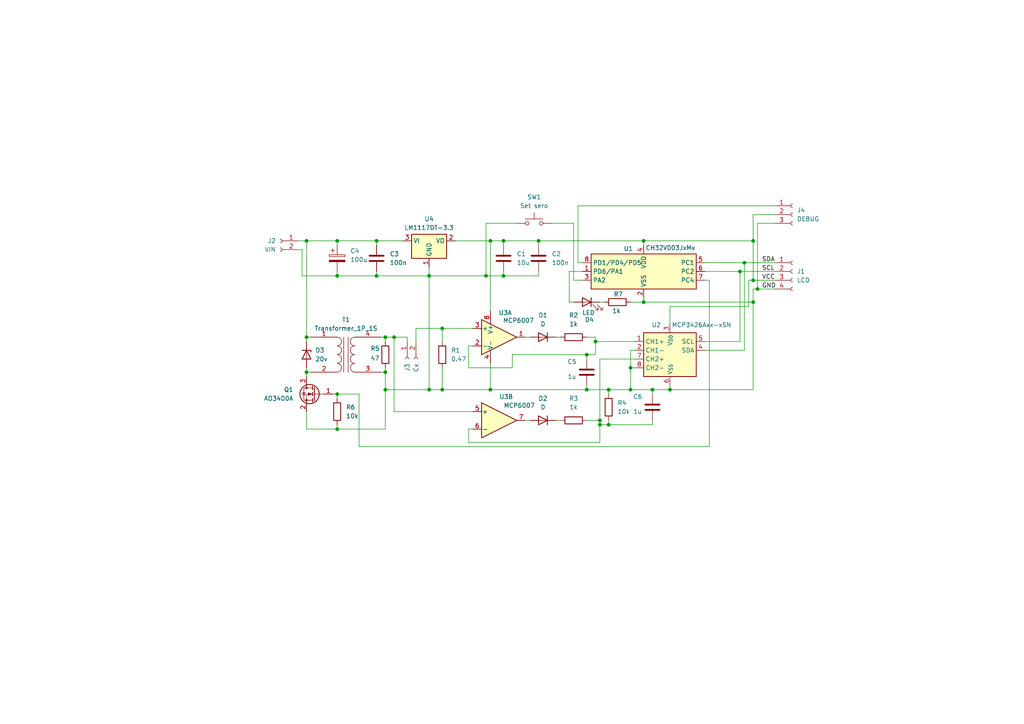
<source format=kicad_sch>
(kicad_sch (version 20231120) (generator "eeschema") (generator_version "8.0")
  (paper "A4")
  (lib_symbols
    (symbol "Amplifier_Operational:MCP6002-xSN" (pin_names (offset 0.127))
      (property "Reference" "U" (at 0 5.08 0))
      (property "Value" "MCP6002-xSN" (at 0 -5.08 0))
      (symbol "MCP6002-xSN_1_1"
        (polyline (pts (xy -5.08 5.08) (xy 5.08 0) (xy -5.08 -5.08) (xy -5.08 5.08)) (stroke (width 0.254)) (fill (type background)))
        (pin output line (at 7.62 0 180) (length 2.54) (name "~") (number "1"))
        (pin input line (at -7.62 -2.54 0) (length 2.54) (name "-") (number "2"))
        (pin input line (at -7.62 2.54 0) (length 2.54) (name "+") (number "3"))
      )
      (symbol "MCP6002-xSN_2_1"
        (polyline (pts (xy -5.08 5.08) (xy 5.08 0) (xy -5.08 -5.08) (xy -5.08 5.08)) (stroke (width 0.254)) (fill (type background)))
        (pin input line (at -7.62 2.54 0) (length 2.54) (name "+") (number "5"))
        (pin input line (at -7.62 -2.54 0) (length 2.54) (name "-") (number "6"))
        (pin output line (at 7.62 0 180) (length 2.54) (name "~") (number "7"))
      )
      (symbol "MCP6002-xSN_3_1"
        (pin power_in line (at -2.54 -7.62 90) (length 3.81) (name "V-") (number "4"))
        (pin power_in line (at -2.54 7.62 270) (length 3.81) (name "V+") (number "8"))
      )
    )
    (symbol "Analog_ADC:MCP3426Axx-xSN"
      (property "Reference" "U" (at -6.35 8.89 0))
      (property "Value" "MCP3426Axx-xSN" (at 1.27 8.89 0))
      (symbol "MCP3426Axx-xSN_0_1"
        (rectangle (start -7.62 7.62) (end 7.62 -5.08) (stroke (width 0.254)) (fill (type background)))
      )
      (symbol "MCP3426Axx-xSN_1_1"
        (pin input line (at -10.16 5.08 0) (length 2.54) (name "CH1+") (number "1"))
        (pin input line (at -10.16 2.54 0) (length 2.54) (name "CH1-") (number "2"))
        (pin power_in line (at 0 10.16 270) (length 2.54) (name "V_{DD}") (number "3"))
        (pin bidirectional line (at 10.16 2.54 180) (length 2.54) (name "SDA") (number "4"))
        (pin input line (at 10.16 5.08 180) (length 2.54) (name "SCL") (number "5"))
        (pin power_in line (at 0 -7.62 90) (length 2.54) (name "V_{SS}") (number "6"))
        (pin input line (at -10.16 0 0) (length 2.54) (name "CH2+") (number "7"))
        (pin input line (at -10.16 -2.54 0) (length 2.54) (name "CH2-") (number "8"))
      )
    )
    (symbol "Connector:Conn_01x02_Socket" (pin_names (offset 1.016) hide)
      (property "Reference" "J" (at 0 2.54 0))
      (property "Value" "Conn_01x02_Socket" (at 0 -5.08 0))
      (symbol "Conn_01x02_Socket_1_1"
        (arc (start 0 -2.032) (mid -0.5058 -2.54) (end 0 -3.048) (stroke (width 0.1524)))
        (polyline (pts (xy -1.27 -2.54) (xy -0.508 -2.54)) (stroke (width 0.1524)))
        (polyline (pts (xy -1.27 0) (xy -0.508 0)) (stroke (width 0.1524)))
        (arc (start 0 0.508) (mid -0.5058 0) (end 0 -0.508) (stroke (width 0.1524)))
        (pin passive line (at -5.08 0 0) (length 3.81) (name "Pin_1") (number "1"))
        (pin passive line (at -5.08 -2.54 0) (length 3.81) (name "Pin_2") (number "2"))
      )
    )
    (symbol "Connector:Conn_01x03_Socket" (pin_names (offset 1.016) hide)
      (property "Reference" "J" (at 0 5.08 0))
      (property "Value" "Conn_01x03_Socket" (at 0 -5.08 0))
      (symbol "Conn_01x03_Socket_1_1"
        (arc (start 0 -2.032) (mid -0.5058 -2.54) (end 0 -3.048) (stroke (width 0.1524)))
        (polyline (pts (xy -1.27 -2.54) (xy -0.508 -2.54)) (stroke (width 0.1524)))
        (polyline (pts (xy -1.27 0) (xy -0.508 0)) (stroke (width 0.1524)))
        (polyline (pts (xy -1.27 2.54) (xy -0.508 2.54)) (stroke (width 0.1524)))
        (arc (start 0 0.508) (mid -0.5058 0) (end 0 -0.508) (stroke (width 0.1524)))
        (arc (start 0 3.048) (mid -0.5058 2.54) (end 0 2.032) (stroke (width 0.1524)))
        (pin passive line (at -5.08 2.54 0) (length 3.81) (name "Pin_1") (number "1"))
        (pin passive line (at -5.08 0 0) (length 3.81) (name "Pin_2") (number "2"))
        (pin passive line (at -5.08 -2.54 0) (length 3.81) (name "Pin_3") (number "3"))
      )
    )
    (symbol "Connector:Conn_01x04_Socket" (pin_names (offset 1.016) hide)
      (property "Reference" "J" (at 0 5.08 0))
      (property "Value" "Conn_01x04_Socket" (at 0 -7.62 0))
      (symbol "Conn_01x04_Socket_1_1"
        (arc (start 0 -4.572) (mid -0.5058 -5.08) (end 0 -5.588) (stroke (width 0.1524)))
        (arc (start 0 -2.032) (mid -0.5058 -2.54) (end 0 -3.048) (stroke (width 0.1524)))
        (polyline (pts (xy -1.27 -5.08) (xy -0.508 -5.08)) (stroke (width 0.1524)))
        (polyline (pts (xy -1.27 -2.54) (xy -0.508 -2.54)) (stroke (width 0.1524)))
        (polyline (pts (xy -1.27 0) (xy -0.508 0)) (stroke (width 0.1524)))
        (polyline (pts (xy -1.27 2.54) (xy -0.508 2.54)) (stroke (width 0.1524)))
        (arc (start 0 0.508) (mid -0.5058 0) (end 0 -0.508) (stroke (width 0.1524)))
        (arc (start 0 3.048) (mid -0.5058 2.54) (end 0 2.032) (stroke (width 0.1524)))
        (pin passive line (at -5.08 2.54 0) (length 3.81) (name "Pin_1") (number "1"))
        (pin passive line (at -5.08 0 0) (length 3.81) (name "Pin_2") (number "2"))
        (pin passive line (at -5.08 -2.54 0) (length 3.81) (name "Pin_3") (number "3"))
        (pin passive line (at -5.08 -5.08 0) (length 3.81) (name "Pin_4") (number "4"))
      )
    )
    (symbol "Device:C" (pin_numbers hide) (pin_names (offset 0.254))
      (property "Reference" "C" (at 0.635 2.54 0))
      (property "Value" "C" (at 0.635 -2.54 0))
      (symbol "C_0_1"
        (polyline (pts (xy -2.032 -0.762) (xy 2.032 -0.762)) (stroke (width 0.508)))
        (polyline (pts (xy -2.032 0.762) (xy 2.032 0.762)) (stroke (width 0.508)))
      )
      (symbol "C_1_1"
        (pin passive line (at 0 3.81 270) (length 2.794) (name "~") (number "1"))
        (pin passive line (at 0 -3.81 90) (length 2.794) (name "~") (number "2"))
      )
    )
    (symbol "Device:C_Polarized" (pin_numbers hide) (pin_names (offset 0.254))
      (property "Reference" "C" (at 0.635 2.54 0))
      (property "Value" "C_Polarized" (at 0.635 -2.54 0))
      (symbol "C_Polarized_0_1"
        (rectangle (start -2.286 0.508) (end 2.286 1.016))
        (polyline (pts (xy -1.778 2.286) (xy -0.762 2.286)))
        (polyline (pts (xy -1.27 2.794) (xy -1.27 1.778)))
        (rectangle (start 2.286 -0.508) (end -2.286 -1.016) (fill (type outline)))
      )
      (symbol "C_Polarized_1_1"
        (pin passive line (at 0 3.81 270) (length 2.794) (name "~") (number "1"))
        (pin passive line (at 0 -3.81 90) (length 2.794) (name "~") (number "2"))
      )
    )
    (symbol "Device:D" (pin_numbers hide) (pin_names (offset 1.016) hide)
      (property "Reference" "D" (at 0 2.54 0))
      (property "Value" "D" (at 0 -2.54 0))
      (symbol "D_0_1"
        (polyline (pts (xy -1.27 1.27) (xy -1.27 -1.27)) (stroke (width 0.254)))
        (polyline (pts (xy 1.27 0) (xy -1.27 0)))
        (polyline (pts (xy 1.27 1.27) (xy 1.27 -1.27) (xy -1.27 0) (xy 1.27 1.27)) (stroke (width 0.254)))
      )
      (symbol "D_1_1"
        (pin passive line (at -3.81 0 0) (length 2.54) (name "K") (number "1"))
        (pin passive line (at 3.81 0 180) (length 2.54) (name "A") (number "2"))
      )
    )
    (symbol "Device:D_Zener" (pin_numbers hide) (pin_names (offset 1.016) hide)
      (property "Reference" "D" (at 0 2.54 0))
      (property "Value" "D_Zener" (at 0 -2.54 0))
      (symbol "D_Zener_0_1"
        (polyline (pts (xy 1.27 0) (xy -1.27 0)))
        (polyline (pts (xy -1.27 -1.27) (xy -1.27 1.27) (xy -0.762 1.27)) (stroke (width 0.254)))
        (polyline (pts (xy 1.27 -1.27) (xy 1.27 1.27) (xy -1.27 0) (xy 1.27 -1.27)) (stroke (width 0.254)))
      )
      (symbol "D_Zener_1_1"
        (pin passive line (at -3.81 0 0) (length 2.54) (name "K") (number "1"))
        (pin passive line (at 3.81 0 180) (length 2.54) (name "A") (number "2"))
      )
    )
    (symbol "Device:LED" (pin_numbers hide) (pin_names (offset 1.016) hide)
      (property "Reference" "D" (at 0 2.54 0))
      (property "Value" "LED" (at 0 -2.54 0))
      (symbol "LED_0_1"
        (polyline (pts (xy -1.27 -1.27) (xy -1.27 1.27)) (stroke (width 0.254)))
        (polyline (pts (xy -1.27 0) (xy 1.27 0)))
        (polyline (pts (xy 1.27 -1.27) (xy 1.27 1.27) (xy -1.27 0) (xy 1.27 -1.27)) (stroke (width 0.254)))
        (polyline (pts (xy -3.048 -0.762) (xy -4.572 -2.286) (xy -3.81 -2.286) (xy -4.572 -2.286) (xy -4.572 -1.524)))
        (polyline (pts (xy -1.778 -0.762) (xy -3.302 -2.286) (xy -2.54 -2.286) (xy -3.302 -2.286) (xy -3.302 -1.524)))
      )
      (symbol "LED_1_1"
        (pin passive line (at -3.81 0 0) (length 2.54) (name "K") (number "1"))
        (pin passive line (at 3.81 0 180) (length 2.54) (name "A") (number "2"))
      )
    )
    (symbol "Device:R" (pin_numbers hide) (pin_names (offset 0))
      (property "Reference" "R" (at 2.032 0 90))
      (property "Value" "R" (at 0 0 90))
      (symbol "R_0_1"
        (rectangle (start -1.016 -2.54) (end 1.016 2.54) (stroke (width 0.254)))
      )
      (symbol "R_1_1"
        (pin passive line (at 0 3.81 270) (length 1.27) (name "~") (number "1"))
        (pin passive line (at 0 -3.81 90) (length 1.27) (name "~") (number "2"))
      )
    )
    (symbol "Device:Transformer_1P_1S" (pin_names (offset 1.016) hide)
      (property "Reference" "T" (at 0 6.35 0))
      (property "Value" "Transformer_1P_1S" (at 0 -7.62 0))
      (symbol "Transformer_1P_1S_0_1"
        (arc (start -2.54 -5.0546) (mid -1.6599 -4.6901) (end -1.27 -3.81))
        (arc (start -2.54 -2.5146) (mid -1.6599 -2.1501) (end -1.27 -1.27))
        (arc (start -2.54 0.0254) (mid -1.6599 0.3899) (end -1.27 1.27))
        (arc (start -2.54 2.5654) (mid -1.6599 2.9299) (end -1.27 3.81))
        (arc (start -1.27 -3.81) (mid -1.642 -2.912) (end -2.54 -2.54))
        (arc (start -1.27 -1.27) (mid -1.642 -0.372) (end -2.54 0))
        (arc (start -1.27 1.27) (mid -1.642 2.168) (end -2.54 2.54))
        (arc (start -1.27 3.81) (mid -1.642 4.708) (end -2.54 5.08))
        (polyline (pts (xy -0.635 5.08) (xy -0.635 -5.08)))
        (polyline (pts (xy 0.635 -5.08) (xy 0.635 5.08)))
        (arc (start 1.2954 -1.27) (mid 1.6599 -2.1501) (end 2.54 -2.5146))
        (arc (start 1.2954 1.27) (mid 1.6599 0.3899) (end 2.54 0.0254))
        (arc (start 1.2954 3.81) (mid 1.6599 2.9299) (end 2.54 2.5654))
        (arc (start 1.3208 -3.81) (mid 1.6853 -4.6901) (end 2.5654 -5.0546))
        (arc (start 2.54 0) (mid 1.642 -0.372) (end 1.2954 -1.27))
        (arc (start 2.54 2.54) (mid 1.642 2.168) (end 1.2954 1.27))
        (arc (start 2.54 5.08) (mid 1.642 4.708) (end 1.2954 3.81))
        (arc (start 2.5654 -2.54) (mid 1.6674 -2.912) (end 1.3208 -3.81))
      )
      (symbol "Transformer_1P_1S_1_1"
        (pin passive line (at -10.16 5.08 0) (length 7.62) (name "AA") (number "1"))
        (pin passive line (at -10.16 -5.08 0) (length 7.62) (name "AB") (number "2"))
        (pin passive line (at 10.16 -5.08 180) (length 7.62) (name "SA") (number "3"))
        (pin passive line (at 10.16 5.08 180) (length 7.62) (name "SB") (number "4"))
      )
    )
    (symbol "MCU_WCH_CH32V0:CH32V003JxMx"
      (property "Reference" "U" (at -15.24 7.62 0))
      (property "Value" "CH32V003JxMx" (at 15.24 7.62 0))
      (symbol "CH32V003JxMx_1_1"
        (rectangle (start -15.24 5.08) (end 15.24 -5.08) (stroke (width 0.254)) (fill (type background)))
        (pin bidirectional line (at 17.78 0 180) (length 2.54) (name "PD6/PA1") (number "1"))
        (pin power_in line (at 0 -7.62 90) (length 2.54) (name "VSS") (number "2"))
        (pin bidirectional line (at 17.78 -2.54 180) (length 2.54) (name "PA2") (number "3"))
        (pin power_in line (at 0 7.62 270) (length 2.54) (name "VDD") (number "4"))
        (pin bidirectional line (at -17.78 2.54 0) (length 2.54) (name "PC1") (number "5"))
        (pin bidirectional line (at -17.78 0 0) (length 2.54) (name "PC2") (number "6"))
        (pin bidirectional line (at -17.78 -2.54 0) (length 2.54) (name "PC4") (number "7"))
        (pin bidirectional line (at 17.78 2.54 180) (length 2.54) (name "PD1/PD4/PD5") (number "8"))
      )
    )
    (symbol "Regulator_Linear:LM1117DT-3.3"
      (property "Reference" "U" (at -3.81 3.175 0))
      (property "Value" "LM1117DT-3.3" (at 0 3.175 0))
      (symbol "LM1117DT-3.3_0_1"
        (rectangle (start -5.08 -5.08) (end 5.08 1.905) (stroke (width 0.254)) (fill (type background)))
      )
      (symbol "LM1117DT-3.3_1_1"
        (pin power_in line (at 0 -7.62 90) (length 2.54) (name "GND") (number "1"))
        (pin power_out line (at 7.62 0 180) (length 2.54) (name "VO") (number "2"))
        (pin power_in line (at -7.62 0 0) (length 2.54) (name "VI") (number "3"))
      )
    )
    (symbol "Switch:SW_Push" (pin_numbers hide) (pin_names (offset 1.016) hide)
      (property "Reference" "SW" (at 1.27 2.54 0))
      (property "Value" "SW_Push" (at 0 -1.524 0))
      (symbol "SW_Push_0_1"
        (circle (center -2.032 0) (radius 0.508))
        (polyline (pts (xy 0 1.27) (xy 0 3.048)))
        (polyline (pts (xy 2.54 1.27) (xy -2.54 1.27)))
        (circle (center 2.032 0) (radius 0.508))
        (pin passive line (at -5.08 0 0) (length 2.54) (name "1") (number "1"))
        (pin passive line (at 5.08 0 180) (length 2.54) (name "2") (number "2"))
      )
    )
    (symbol "Transistor_FET:AO3400A" (pin_names hide)
      (property "Reference" "Q" (at 5.08 1.905 0))
      (property "Value" "AO3400A" (at 5.08 0 0))
      (symbol "AO3400A_0_1"
        (polyline (pts (xy 0.254 0) (xy -2.54 0)))
        (polyline (pts (xy 0.254 1.905) (xy 0.254 -1.905)) (stroke (width 0.254)))
        (polyline (pts (xy 0.762 -1.27) (xy 0.762 -2.286)) (stroke (width 0.254)))
        (polyline (pts (xy 0.762 0.508) (xy 0.762 -0.508)) (stroke (width 0.254)))
        (polyline (pts (xy 0.762 2.286) (xy 0.762 1.27)) (stroke (width 0.254)))
        (polyline (pts (xy 2.54 2.54) (xy 2.54 1.778)))
        (polyline (pts (xy 2.54 -2.54) (xy 2.54 0) (xy 0.762 0)))
        (polyline (pts (xy 0.762 -1.778) (xy 3.302 -1.778) (xy 3.302 1.778) (xy 0.762 1.778)))
        (polyline (pts (xy 1.016 0) (xy 2.032 0.381) (xy 2.032 -0.381) (xy 1.016 0)) (fill (type outline)))
        (polyline (pts (xy 2.794 0.508) (xy 2.921 0.381) (xy 3.683 0.381) (xy 3.81 0.254)))
        (polyline (pts (xy 3.302 0.381) (xy 2.921 -0.254) (xy 3.683 -0.254) (xy 3.302 0.381)))
        (circle (center 1.651 0) (radius 2.794) (stroke (width 0.254)))
        (circle (center 2.54 -1.778) (radius 0.254) (fill (type outline)))
        (circle (center 2.54 1.778) (radius 0.254) (fill (type outline)))
      )
      (symbol "AO3400A_1_1"
        (pin input line (at -5.08 0 0) (length 2.54) (name "G") (number "1"))
        (pin passive line (at 2.54 -5.08 90) (length 2.54) (name "S") (number "2"))
        (pin passive line (at 2.54 5.08 270) (length 2.54) (name "D") (number "3"))
      )
    )
  )
  (junction (at 146.05 80.01))
  (junction (at 219.71 83.82))
  (junction (at 182.88 106.68))
  (junction (at 215.9 76.2))
  (junction (at 97.79 80.01))
  (junction (at 111.76 97.79))
  (junction (at 214.63 78.74))
  (junction (at 218.44 87.63))
  (junction (at 111.76 113.03))
  (junction (at 146.05 69.85))
  (junction (at 140.97 80.01))
  (junction (at 114.3 97.79))
  (junction (at 124.46 80.01))
  (junction (at 156.21 69.85))
  (junction (at 124.46 113.03))
  (junction (at 88.9 97.79))
  (junction (at 218.44 69.85))
  (junction (at 186.69 87.63))
  (junction (at 111.76 107.95))
  (junction (at 142.24 69.85))
  (junction (at 88.9 69.85))
  (junction (at 186.69 69.85))
  (junction (at 97.79 69.85))
  (junction (at 170.18 102.87))
  (junction (at 170.18 113.03))
  (junction (at 109.22 69.85))
  (junction (at 172.72 99.06))
  (junction (at 182.88 113.03))
  (junction (at 128.27 95.25))
  (junction (at 189.23 113.03))
  (junction (at 176.53 123.19))
  (junction (at 97.79 124.46))
  (junction (at 194.31 113.03))
  (junction (at 88.9 107.95))
  (junction (at 176.53 113.03))
  (junction (at 109.22 80.01))
  (junction (at 173.99 121.92))
  (junction (at 173.99 123.19))
  (junction (at 97.79 114.3))
  (junction (at 142.24 113.03))
  (junction (at 128.27 113.03))
  (junction (at 218.44 81.28))
  (wire (pts (xy 111.76 107.95) (xy 111.76 113.03)))
  (wire (pts (xy 160.02 64.77) (xy 166.37 64.77)))
  (wire (pts (xy 194.31 113.03) (xy 218.44 113.03)))
  (wire (pts (xy 224.79 62.23) (xy 218.44 62.23)))
  (wire (pts (xy 214.63 78.74) (xy 224.79 78.74)))
  (wire (pts (xy 189.23 113.03) (xy 194.31 113.03)))
  (wire (pts (xy 215.9 76.2) (xy 224.79 76.2)))
  (wire (pts (xy 88.9 107.95) (xy 90.17 107.95)))
  (wire (pts (xy 156.21 78.74) (xy 156.21 80.01)))
  (wire (pts (xy 205.74 81.28) (xy 205.74 129.54)))
  (wire (pts (xy 97.79 124.46) (xy 111.76 124.46)))
  (wire (pts (xy 111.76 99.06) (xy 111.76 97.79)))
  (wire (pts (xy 97.79 80.01) (xy 109.22 80.01)))
  (wire (pts (xy 167.64 59.69) (xy 167.64 76.2)))
  (wire (pts (xy 110.49 97.79) (xy 111.76 97.79)))
  (wire (pts (xy 186.69 87.63) (xy 186.69 86.36)))
  (wire (pts (xy 148.59 106.68) (xy 148.59 102.87)))
  (wire (pts (xy 87.63 80.01) (xy 97.79 80.01)))
  (wire (pts (xy 128.27 106.68) (xy 128.27 113.03)))
  (wire (pts (xy 104.14 114.3) (xy 97.79 114.3)))
  (wire (pts (xy 96.52 114.3) (xy 97.79 114.3)))
  (wire (pts (xy 109.22 80.01) (xy 124.46 80.01)))
  (wire (pts (xy 109.22 69.85) (xy 109.22 71.12)))
  (wire (pts (xy 224.79 83.82) (xy 219.71 83.82)))
  (wire (pts (xy 128.27 95.25) (xy 128.27 99.06)))
  (wire (pts (xy 218.44 83.82) (xy 218.44 87.63)))
  (wire (pts (xy 86.36 69.85) (xy 88.9 69.85)))
  (wire (pts (xy 176.53 113.03) (xy 182.88 113.03)))
  (wire (pts (xy 114.3 97.79) (xy 111.76 97.79)))
  (wire (pts (xy 156.21 69.85) (xy 186.69 69.85)))
  (wire (pts (xy 152.4 97.79) (xy 153.67 97.79)))
  (wire (pts (xy 219.71 83.82) (xy 218.44 83.82)))
  (wire (pts (xy 109.22 78.74) (xy 109.22 80.01)))
  (wire (pts (xy 166.37 87.63) (xy 165.1 87.63)))
  (wire (pts (xy 194.31 88.9) (xy 217.17 88.9)))
  (wire (pts (xy 135.89 106.68) (xy 135.89 100.33)))
  (wire (pts (xy 137.16 124.46) (xy 135.89 124.46)))
  (wire (pts (xy 189.23 121.92) (xy 189.23 123.19)))
  (wire (pts (xy 194.31 111.76) (xy 194.31 113.03)))
  (wire (pts (xy 142.24 105.41) (xy 142.24 113.03)))
  (wire (pts (xy 182.88 106.68) (xy 184.15 106.68)))
  (wire (pts (xy 165.1 87.63) (xy 165.1 78.74)))
  (wire (pts (xy 97.79 123.19) (xy 97.79 124.46)))
  (wire (pts (xy 97.79 69.85) (xy 88.9 69.85)))
  (wire (pts (xy 217.17 88.9) (xy 217.17 81.28)))
  (wire (pts (xy 132.08 69.85) (xy 142.24 69.85)))
  (wire (pts (xy 172.72 102.87) (xy 172.72 99.06)))
  (wire (pts (xy 109.22 69.85) (xy 97.79 69.85)))
  (wire (pts (xy 218.44 69.85) (xy 186.69 69.85)))
  (wire (pts (xy 156.21 69.85) (xy 156.21 71.12)))
  (wire (pts (xy 124.46 113.03) (xy 128.27 113.03)))
  (wire (pts (xy 110.49 107.95) (xy 111.76 107.95)))
  (wire (pts (xy 142.24 69.85) (xy 146.05 69.85)))
  (wire (pts (xy 186.69 69.85) (xy 186.69 71.12)))
  (wire (pts (xy 142.24 90.17) (xy 142.24 69.85)))
  (wire (pts (xy 219.71 64.77) (xy 219.71 83.82)))
  (wire (pts (xy 165.1 78.74) (xy 168.91 78.74)))
  (wire (pts (xy 86.36 72.39) (xy 87.63 72.39)))
  (wire (pts (xy 194.31 93.98) (xy 194.31 88.9)))
  (wire (pts (xy 224.79 81.28) (xy 218.44 81.28)))
  (wire (pts (xy 104.14 129.54) (xy 104.14 114.3)))
  (wire (pts (xy 146.05 78.74) (xy 146.05 80.01)))
  (wire (pts (xy 111.76 106.68) (xy 111.76 107.95)))
  (wire (pts (xy 111.76 113.03) (xy 111.76 124.46)))
  (wire (pts (xy 146.05 69.85) (xy 146.05 71.12)))
  (wire (pts (xy 170.18 111.76) (xy 170.18 113.03)))
  (wire (pts (xy 170.18 102.87) (xy 170.18 104.14)))
  (wire (pts (xy 137.16 119.38) (xy 114.3 119.38)))
  (wire (pts (xy 218.44 87.63) (xy 186.69 87.63)))
  (wire (pts (xy 88.9 119.38) (xy 88.9 124.46)))
  (wire (pts (xy 204.47 76.2) (xy 215.9 76.2)))
  (wire (pts (xy 167.64 76.2) (xy 168.91 76.2)))
  (wire (pts (xy 184.15 104.14) (xy 173.99 104.14)))
  (wire (pts (xy 161.29 121.92) (xy 162.56 121.92)))
  (wire (pts (xy 140.97 64.77) (xy 140.97 80.01)))
  (wire (pts (xy 120.65 95.25) (xy 128.27 95.25)))
  (wire (pts (xy 176.53 113.03) (xy 176.53 114.3)))
  (wire (pts (xy 124.46 77.47) (xy 124.46 80.01)))
  (wire (pts (xy 124.46 80.01) (xy 124.46 113.03)))
  (wire (pts (xy 148.59 102.87) (xy 170.18 102.87)))
  (wire (pts (xy 205.74 129.54) (xy 104.14 129.54)))
  (wire (pts (xy 218.44 62.23) (xy 218.44 69.85)))
  (wire (pts (xy 120.65 99.06) (xy 120.65 95.25)))
  (wire (pts (xy 135.89 128.27) (xy 135.89 124.46)))
  (wire (pts (xy 173.99 123.19) (xy 173.99 128.27)))
  (wire (pts (xy 146.05 80.01) (xy 140.97 80.01)))
  (wire (pts (xy 204.47 81.28) (xy 205.74 81.28)))
  (wire (pts (xy 182.88 113.03) (xy 189.23 113.03)))
  (wire (pts (xy 170.18 97.79) (xy 172.72 97.79)))
  (wire (pts (xy 166.37 81.28) (xy 168.91 81.28)))
  (wire (pts (xy 173.99 104.14) (xy 173.99 121.92)))
  (wire (pts (xy 176.53 121.92) (xy 176.53 123.19)))
  (wire (pts (xy 135.89 106.68) (xy 148.59 106.68)))
  (wire (pts (xy 218.44 81.28) (xy 218.44 69.85)))
  (wire (pts (xy 146.05 69.85) (xy 156.21 69.85)))
  (wire (pts (xy 128.27 113.03) (xy 142.24 113.03)))
  (wire (pts (xy 182.88 106.68) (xy 182.88 113.03)))
  (wire (pts (xy 135.89 100.33) (xy 137.16 100.33)))
  (wire (pts (xy 182.88 87.63) (xy 186.69 87.63)))
  (wire (pts (xy 97.79 78.74) (xy 97.79 80.01)))
  (wire (pts (xy 204.47 99.06) (xy 214.63 99.06)))
  (wire (pts (xy 161.29 97.79) (xy 162.56 97.79)))
  (wire (pts (xy 88.9 97.79) (xy 90.17 97.79)))
  (wire (pts (xy 116.84 69.85) (xy 109.22 69.85)))
  (wire (pts (xy 142.24 113.03) (xy 170.18 113.03)))
  (wire (pts (xy 114.3 119.38) (xy 114.3 97.79)))
  (wire (pts (xy 217.17 81.28) (xy 218.44 81.28)))
  (wire (pts (xy 149.86 64.77) (xy 140.97 64.77)))
  (wire (pts (xy 170.18 102.87) (xy 172.72 102.87)))
  (wire (pts (xy 189.23 113.03) (xy 189.23 114.3)))
  (wire (pts (xy 88.9 97.79) (xy 88.9 99.06)))
  (wire (pts (xy 170.18 121.92) (xy 173.99 121.92)))
  (wire (pts (xy 118.11 97.79) (xy 114.3 97.79)))
  (wire (pts (xy 135.89 128.27) (xy 173.99 128.27)))
  (wire (pts (xy 173.99 87.63) (xy 175.26 87.63)))
  (wire (pts (xy 173.99 121.92) (xy 173.99 123.19)))
  (wire (pts (xy 184.15 101.6) (xy 182.88 101.6)))
  (wire (pts (xy 224.79 64.77) (xy 219.71 64.77)))
  (wire (pts (xy 88.9 69.85) (xy 88.9 97.79)))
  (wire (pts (xy 189.23 123.19) (xy 176.53 123.19)))
  (wire (pts (xy 204.47 101.6) (xy 215.9 101.6)))
  (wire (pts (xy 88.9 124.46) (xy 97.79 124.46)))
  (wire (pts (xy 176.53 123.19) (xy 173.99 123.19)))
  (wire (pts (xy 97.79 115.57) (xy 97.79 114.3)))
  (wire (pts (xy 87.63 72.39) (xy 87.63 80.01)))
  (wire (pts (xy 118.11 99.06) (xy 118.11 97.79)))
  (wire (pts (xy 172.72 97.79) (xy 172.72 99.06)))
  (wire (pts (xy 88.9 107.95) (xy 88.9 109.22)))
  (wire (pts (xy 88.9 106.68) (xy 88.9 107.95)))
  (wire (pts (xy 215.9 101.6) (xy 215.9 76.2)))
  (wire (pts (xy 224.79 59.69) (xy 167.64 59.69)))
  (wire (pts (xy 140.97 80.01) (xy 124.46 80.01)))
  (wire (pts (xy 214.63 99.06) (xy 214.63 78.74)))
  (wire (pts (xy 97.79 69.85) (xy 97.79 71.12)))
  (wire (pts (xy 204.47 78.74) (xy 214.63 78.74)))
  (wire (pts (xy 111.76 113.03) (xy 124.46 113.03)))
  (wire (pts (xy 166.37 64.77) (xy 166.37 81.28)))
  (wire (pts (xy 170.18 113.03) (xy 176.53 113.03)))
  (wire (pts (xy 137.16 95.25) (xy 128.27 95.25)))
  (wire (pts (xy 172.72 99.06) (xy 184.15 99.06)))
  (wire (pts (xy 218.44 113.03) (xy 218.44 87.63)))
  (wire (pts (xy 156.21 80.01) (xy 146.05 80.01)))
  (wire (pts (xy 152.4 121.92) (xy 153.67 121.92)))
  (wire (pts (xy 182.88 101.6) (xy 182.88 106.68)))
  (label "SCL" (at 220.98 78.74 0))
  (label "SDA" (at 220.98 76.2 0))
  (label "GND" (at 220.98 83.82 0))
  (label "VCC" (at 220.98 81.28 0))
  (symbol (lib_id "Device:C") (at 170.18 107.95 0) (unit 1)
    (property "Reference" "C5" (at 164.592 104.902 0) (effects (justify left)))
    (property "Value" "1u" (at 164.592 109.22 0) (effects (justify left)))
    (property "Description" "Unpolarized capacitor" (effects (hide yes)))
  )
  (symbol (lib_id "Device:R") (at 179.07 87.63 90) (unit 1)
    (property "Reference" "R7" (at 179.324 85.344 90))
    (property "Value" "1k" (at 178.816 90.17 90))
    (property "Description" "Resistor" (effects (hide yes)))
  )
  (symbol (lib_id "Device:C") (at 146.05 74.93 0) (unit 1)
    (property "Reference" "C1" (at 149.86 73.6599 0) (effects (justify left)))
    (property "Value" "10u" (at 149.86 76.1999 0) (effects (justify left)))
    (property "Description" "Unpolarized capacitor" (effects (hide yes)))
  )
  (symbol (lib_id "Analog_ADC:MCP3426Axx-xSN") (at 194.31 104.14 0) (unit 1)
    (property "Reference" "U2" (at 188.976 94.234 0) (effects (justify left)))
    (property "Value" "MCP3426Axx-xSN" (at 194.818 94.234 0) (effects (justify left)))
    (property "Footprint" "Package_SO:SOIC-8_3.9x4.9mm_P1.27mm" (effects (hide yes)))
    (property "Datasheet" "http://ww1.microchip.com/downloads/en/DeviceDoc/22226a.pdf" (effects (hide yes)))
    (property "Description" "16-Bit, Multi-Channel ΔΣ Analog-to-Digital Converter with I2C Interface and On-Board Reference, SOIC-8" (effects (hide yes)))
  )
  (symbol (lib_id "Device:R") (at 111.76 102.87 0) (unit 1)
    (property "Reference" "R5" (at 107.442 101.092 0) (effects (justify left)))
    (property "Value" "47" (at 107.442 103.886 0) (effects (justify left)))
    (property "Description" "Resistor" (effects (hide yes)))
  )
  (symbol (lib_id "Device:C") (at 189.23 118.11 0) (unit 1)
    (property "Reference" "C6" (at 183.642 115.062 0) (effects (justify left)))
    (property "Value" "1u" (at 183.642 119.38 0) (effects (justify left)))
    (property "Description" "Unpolarized capacitor" (effects (hide yes)))
  )
  (symbol (lib_id "Connector:Conn_01x03_Socket") (at 229.87 62.23 0) (unit 1)
    (property "Reference" "J4" (at 231.14 60.9599 0) (effects (justify left)))
    (property "Value" "DEBUG" (at 231.14 63.4999 0) (effects (justify left)))
    (property "Footprint" "Connector_PinSocket_2.54mm:PinSocket_1x03_P2.54mm_Vertical" (effects (hide yes)))
    (property "Description" "Generic connector, single row, 01x03, script generated" (effects (hide yes)))
  )
  (symbol (lib_id "Device:D_Zener") (at 88.9 102.87 270) (unit 1)
    (property "Reference" "D3" (at 91.44 101.5999 90) (effects (justify left)))
    (property "Value" "20v" (at 91.44 104.1399 90) (effects (justify left)))
    (property "Description" "Zener diode" (effects (hide yes)))
  )
  (symbol (lib_id "Device:C_Polarized") (at 97.79 74.93 0) (unit 1)
    (property "Reference" "C4" (at 101.6 72.7709 0) (effects (justify left)))
    (property "Value" "100u" (at 101.6 75.3109 0) (effects (justify left)))
    (property "Description" "Polarized capacitor" (effects (hide yes)))
  )
  (symbol (lib_id "Device:R") (at 166.37 121.92 90) (unit 1)
    (property "Reference" "R3" (at 166.37 115.57 90))
    (property "Value" "1k" (at 166.37 118.11 90))
    (property "Description" "Resistor" (effects (hide yes)))
  )
  (symbol (lib_id "Device:R") (at 176.53 118.11 0) (unit 1)
    (property "Reference" "R4" (at 179.07 116.8399 0) (effects (justify left)))
    (property "Value" "10k" (at 179.07 119.3799 0) (effects (justify left)))
    (property "Description" "Resistor" (effects (hide yes)))
  )
  (symbol (lib_id "Transistor_FET:AO3400A") (at 91.44 114.3 0) (mirror y) (unit 1)
    (property "Reference" "Q1" (at 85.09 113.0299 0) (effects (justify left)))
    (property "Value" "AO3400A" (at 85.09 115.5699 0) (effects (justify left)))
    (property "Footprint" "Package_TO_SOT_SMD:SOT-23" (effects (hide yes)))
    (property "Datasheet" "http://www.aosmd.com/pdfs/datasheet/AO3400A.pdf" (effects (hide yes)))
    (property "Description" "30V Vds, 5.7A Id, N-Channel MOSFET, SOT-23" (effects (hide yes)))
  )
  (symbol (lib_id "Device:R") (at 128.27 102.87 0) (unit 1)
    (property "Reference" "R1" (at 130.81 101.5999 0) (effects (justify left)))
    (property "Value" "0.47" (at 130.81 104.1399 0) (effects (justify left)))
    (property "Description" "Resistor" (effects (hide yes)))
  )
  (symbol (lib_id "Connector:Conn_01x02_Socket") (at 81.28 69.85 0) (mirror y) (unit 1)
    (property "Reference" "J2" (at 80.01 69.8499 0) (effects (justify left)))
    (property "Value" "VIN" (at 80.01 72.3899 0) (effects (justify left)))
    (property "Footprint" "Connector_PinHeader_2.54mm:PinHeader_1x02_P2.54mm_Vertical" (effects (hide yes)))
    (property "Description" "Generic connector, single row, 01x02, script generated" (effects (hide yes)))
  )
  (symbol (lib_id "Amplifier_Operational:MCP6002-xSN") (at 144.78 97.79 0) (unit 3)
    (property "Reference" "U3" (effects (hide yes)))
    (property "Value" "MCP6007" (effects (hide yes)))
    (property "Footprint" "Package_SO:SOIC-8_3.9x4.9mm_P1.27mm" (effects (hide yes)))
    (property "Datasheet" "http://ww1.microchip.com/downloads/en/DeviceDoc/21733j.pdf" (effects (hide yes)))
    (property "Description" "1MHz, Low-Power Op Amp, SOIC-8" (effects (hide yes)))
  )
  (symbol (lib_id "Connector:Conn_01x02_Socket") (at 118.11 104.14 90) (mirror x) (unit 1)
    (property "Reference" "J3" (at 118.1099 105.41 0) (effects (justify left)))
    (property "Value" "Cx" (at 120.6499 105.41 0) (effects (justify left)))
    (property "Footprint" "Connector_PinHeader_2.54mm:PinHeader_1x02_P2.54mm_Vertical" (effects (hide yes)))
    (property "Description" "Generic connector, single row, 01x02, script generated" (effects (hide yes)))
  )
  (symbol (lib_id "Device:Transformer_1P_1S") (at 100.33 102.87 0) (unit 1)
    (property "Reference" "T1" (at 100.3427 92.71 0))
    (property "Value" "Transformer_1P_1S" (at 100.3427 95.25 0))
    (property "Description" "Transformer, single primary, single secondary" (effects (hide yes)))
  )
  (symbol (lib_id "Device:LED") (at 170.18 87.63 0) (mirror y) (unit 1)
    (property "Reference" "D4" (at 170.942 92.71 0))
    (property "Value" "LED" (at 170.688 90.678 0))
    (property "Description" "Light emitting diode" (effects (hide yes)))
  )
  (symbol (lib_id "Device:R") (at 166.37 97.79 90) (unit 1)
    (property "Reference" "R2" (at 166.37 91.44 90))
    (property "Value" "1k" (at 166.37 93.98 90))
    (property "Description" "Resistor" (effects (hide yes)))
  )
  (symbol (lib_id "Device:C") (at 109.22 74.93 0) (unit 1)
    (property "Reference" "C3" (at 113.03 73.6599 0) (effects (justify left)))
    (property "Value" "100n" (at 113.03 76.1999 0) (effects (justify left)))
    (property "Description" "Unpolarized capacitor" (effects (hide yes)))
  )
  (symbol (lib_id "Amplifier_Operational:MCP6002-xSN") (at 144.78 121.92 0) (unit 2)
    (property "Reference" "U3" (at 146.812 115.062 0))
    (property "Value" "MCP6007" (at 150.622 117.602 0))
    (property "Footprint" "Package_SO:SOIC-8_3.9x4.9mm_P1.27mm" (effects (hide yes)))
    (property "Datasheet" "http://ww1.microchip.com/downloads/en/DeviceDoc/21733j.pdf" (effects (hide yes)))
    (property "Description" "1MHz, Low-Power Op Amp, SOIC-8" (effects (hide yes)))
  )
  (symbol (lib_id "Device:R") (at 97.79 119.38 0) (unit 1)
    (property "Reference" "R6" (at 100.33 118.1099 0) (effects (justify left)))
    (property "Value" "10k" (at 100.33 120.6499 0) (effects (justify left)))
    (property "Description" "Resistor" (effects (hide yes)))
  )
  (symbol (lib_id "Switch:SW_Push") (at 154.94 64.77 0) (unit 1)
    (property "Reference" "SW1" (at 154.94 57.15 0))
    (property "Value" "Set sero" (at 154.94 59.69 0))
    (property "Description" "Push button switch, generic, two pins" (effects (hide yes)))
  )
  (symbol (lib_id "Regulator_Linear:LM1117DT-3.3") (at 124.46 69.85 0) (unit 1)
    (property "Reference" "U4" (at 124.46 63.5 0))
    (property "Value" "LM1117DT-3.3" (at 124.46 66.04 0))
    (property "Footprint" "Package_TO_SOT_SMD:TO-252-3_TabPin2" (effects (hide yes)))
    (property "Datasheet" "http://www.ti.com/lit/ds/symlink/lm1117.pdf" (effects (hide yes)))
    (property "Description" "800mA Low-Dropout Linear Regulator, 3.3V fixed output, TO-252" (effects (hide yes)))
  )
  (symbol (lib_id "Device:C") (at 156.21 74.93 0) (unit 1)
    (property "Reference" "C2" (at 160.02 73.6599 0) (effects (justify left)))
    (property "Value" "100n" (at 160.02 76.1999 0) (effects (justify left)))
    (property "Description" "Unpolarized capacitor" (effects (hide yes)))
  )
  (symbol (lib_id "Device:D") (at 157.48 97.79 0) (mirror y) (unit 1)
    (property "Reference" "D1" (at 157.48 91.44 0))
    (property "Value" "D" (at 157.48 93.98 0))
    (property "Description" "Diode" (effects (hide yes)))
    (property "Sim.Device" "D" (effects (hide yes)))
    (property "Sim.Pins" "1=K 2=A" (effects (hide yes)))
  )
  (symbol (lib_id "MCU_WCH_CH32V0:CH32V003JxMx") (at 186.69 78.74 0) (mirror y) (unit 1)
    (property "Reference" "U1" (at 183.642 72.136 0) (effects (justify left)))
    (property "Value" "CH32V003JxMx" (at 201.676 71.882 0) (effects (justify left)))
    (property "Footprint" "Package_SO:SOP-8_3.9x4.9mm_P1.27mm" (effects (hide yes)))
    (property "Datasheet" "https://www.wch-ic.com/products/CH32V003.html" (effects (hide yes)))
    (property "Description" "CH32V003 series are industrial-grade general-purpose microcontrollers designed based on 32-bit RISC-V instruction set and architecture. It adopts QingKe V2A core, RV32EC instruction set, and supports 2 levels of interrupt nesting. The series are mounted with rich peripheral interfaces and function modules. Its internal organizational structure meets the low-cost and low-power embedded application scenarios." (effects (hide yes)))
  )
  (symbol (lib_id "Connector:Conn_01x04_Socket") (at 229.87 78.74 0) (unit 1)
    (property "Reference" "J1" (at 231.14 78.7399 0) (effects (justify left)))
    (property "Value" "LCD" (at 231.14 81.2799 0) (effects (justify left)))
    (property "Footprint" "Connector_PinHeader_2.54mm:PinHeader_1x04_P2.54mm_Vertical" (effects (hide yes)))
    (property "Description" "Generic connector, single row, 01x04, script generated" (effects (hide yes)))
  )
  (symbol (lib_id "Amplifier_Operational:MCP6002-xSN") (at 144.78 97.79 0) (unit 1)
    (property "Reference" "U3" (at 146.558 90.678 0))
    (property "Value" "MCP6007" (at 150.368 92.964 0))
    (property "Footprint" "Package_SO:SOIC-8_3.9x4.9mm_P1.27mm" (effects (hide yes)))
    (property "Datasheet" "http://ww1.microchip.com/downloads/en/DeviceDoc/21733j.pdf" (effects (hide yes)))
    (property "Description" "1MHz, Low-Power Op Amp, SOIC-8" (effects (hide yes)))
  )
  (symbol (lib_id "Device:D") (at 157.48 121.92 0) (mirror y) (unit 1)
    (property "Reference" "D2" (at 157.48 115.57 0))
    (property "Value" "D" (at 157.48 118.11 0))
    (property "Description" "Diode" (effects (hide yes)))
    (property "Sim.Device" "D" (effects (hide yes)))
    (property "Sim.Pins" "1=K 2=A" (effects (hide yes)))
  )
)
</source>
